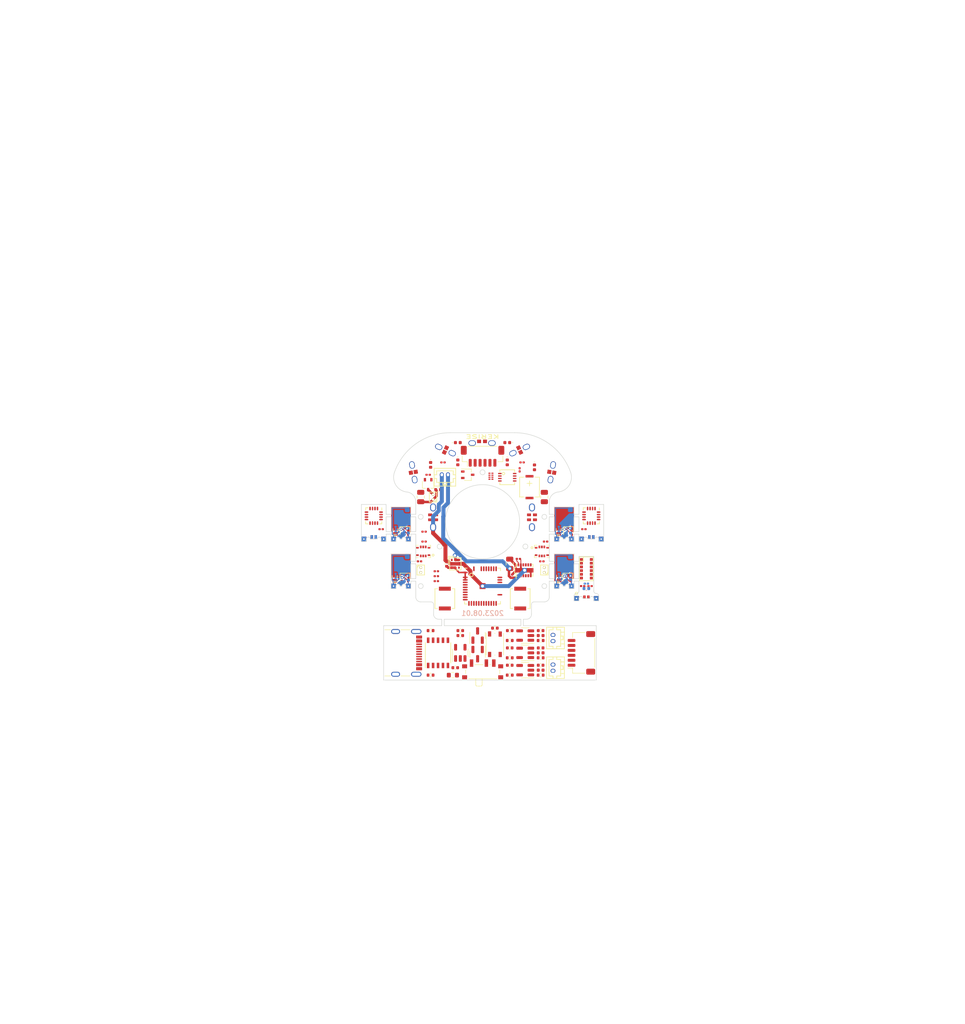
<source format=kicad_pcb>
(kicad_pcb (version 20221018) (generator pcbnew)
  (layers (0 "F.Cu" signal) (31 "B.Cu" signal) (34 "B.Paste" user) (35 "F.Paste" user) (36 "B.SilkS" user "B.Silkscreen") (37 "F.SilkS" user "F.Silkscreen") (38 "B.Mask" user) (39 "F.Mask" user) (44 "Edge.Cuts" user))
  (net 0 "")
  (net 1 "GND")
  (net 2 "+BATT")
  (net 3 "/IR_RCV_FL/s_IR_RCV")
  (net 4 "/IR_RCV_FL/LED_to_C")
  (net 5 "/IR_RCV_FL/s_GND")
  (net 6 "/IR_RCV_FR/s_IR_RCV")
  (net 7 "/IR_RCV_FR/LED_to_C")
  (net 8 "/IR_RCV_FR/s_GND")
  (net 9 "/IR_RCV_SR/s_IR_RCV")
  (net 10 "/IR_RCV_SR/LED_to_C")
  (net 11 "/IR_RCV_SR/s_GND")
  (net 12 "/IR_RCV_FL/s_3.3V")
  (net 13 "/IR_RCV_FL/LED_to_FET")
  (net 14 "/IR_RCV_FR/s_3.3V")
  (net 15 "/IR_RCV_FR/LED_to_FET")
  (net 16 "/IR_RCV_SR/s_3.3V")
  (net 17 "/IR_RCV_SR/LED_to_FET")
  (net 18 "/Motor/MT_OUT_L1")
  (net 19 "/Motor/MT_OUT_L2")
  (net 20 "/Motor/MT_OUT_R1")
  (net 21 "/Motor/MT_OUT_R2")
  (net 22 "PR-RCV-SL")
  (net 23 "PR-RCV-FL")
  (net 24 "/IR_RCV_FL/s_IR_LED")
  (net 25 "PR-RCV-FR")
  (net 26 "/IR_RCV_FR/s_IR_LED")
  (net 27 "PR-RCV-SR")
  (net 28 "/IR_RCV_SR/s_IR_LED")
  (net 29 "UART-RX")
  (net 30 "UART-TX")
  (net 31 "SPEAKER")
  (net 32 "FAN")
  (net 33 "BAT-VOL")
  (net 34 "BUTTON")
  (net 35 "MT-IN-L1")
  (net 36 "MT-IN-L2")
  (net 37 "MT-IN-R1")
  (net 38 "MT-IN-R2")
  (net 39 "/IR_RCV_SL/s_IR_RCV")
  (net 40 "/IR_RCV_SL/LED_to_C")
  (net 41 "/IR_RCV_SL/s_GND")
  (net 42 "/IR_RCV_SL/s_3.3V")
  (net 43 "/IR_RCV_SL/LED_to_FET")
  (net 44 "/IR_RCV_SL/s_IR_LED")
  (net 45 "/Fan/fan_to_fet")
  (net 46 "/Encoder_R/s_VDD")
  (net 47 "/Encoder_R/s_GND")
  (net 48 "/Encoder_L/s_VDD")
  (net 49 "/Encoder_L/s_GND")
  (net 50 "SPI-SCLK")
  (net 51 "SPI-MOSI")
  (net 52 "/Encoder_R/s_CS")
  (net 53 "/Encoder_R/s_SCLK")
  (net 54 "/Encoder_R/s_MISO")
  (net 55 "/Encoder_R/s_MOSI")
  (net 56 "I2C-SDA")
  (net 57 "I2C-SCL")
  (net 58 "SPI-MISO")
  (net 59 "/Encoder_L/s_CS")
  (net 60 "/Encoder_L/s_SCLK")
  (net 61 "/Encoder_L/s_MISO")
  (net 62 "/Encoder_L/s_MOSI")
  (net 63 "PR-LED-SL")
  (net 64 "PR-LED-SR")
  (net 65 "Net-(U4-REGOUT)")
  (net 66 "PR-LED-FL")
  (net 67 "PR-LED-FR")
  (net 68 "Net-(U5-REGOUT)")
  (net 69 "Net-(D5-A)")
  (net 70 "Net-(D6-A)")
  (net 71 "Net-(D7-K)")
  (net 72 "/Motor/MT_OUT_L_L")
  (net 73 "/Motor/MT_OUT_L_R")
  (net 74 "/ToF/s_GND")
  (net 75 "/ToF/s_3.3V")
  (net 76 "/ToF/s_SDA")
  (net 77 "/ToF/s_SCL")
  (net 78 "Net-(D8-K)")
  (net 79 "Net-(D9-K)")
  (net 80 "Net-(D10-K)")
  (net 81 "Net-(Q10-D)")
  (net 82 "+3.3V")
  (net 83 "Net-(RN1-R1.1)")
  (net 84 "Net-(RN1-R2.1)")
  (net 85 "Net-(RN1-R3.1)")
  (net 86 "Net-(RN1-R4.1)")
  (net 95 "/Flash/GND")
  (net 96 "Net-(U11-V3)")
  (net 97 "/Flash/VBUS")
  (net 98 "/Flash/VCC")
  (net 99 "/Flash/ESP32_EN")
  (net 100 "/Flash/BAT")
  (net 101 "Net-(D11-K)")
  (net 102 "Net-(D12-K)")
  (net 103 "Net-(D13-K)")
  (net 104 "Net-(F1-Pad1)")
  (net 105 "ENABLE")
  (net 106 "SPI-CS-ENC-L")
  (net 107 "SPI-CS-ENC-R")
  (net 108 "Net-(J17-CC1)")
  (net 109 "/Flash/USB_D+")
  (net 110 "/Flash/USB_D-")
  (net 112 "Net-(J17-CC2)")
  (net 114 "/Flash/ESP32_BT")
  (net 115 "/Flash/ESP32_TX")
  (net 116 "/Flash/ESP32_RX")
  (net 117 "/Flash/DTR")
  (net 118 "/Flash/RTS")
  (net 119 "Net-(U12-STAT)")
  (net 120 "Net-(U13-STAT)")
  (net 121 "Net-(U14-STAT)")
  (net 122 "Net-(U12-PROG)")
  (net 123 "Net-(U13-PROG)")
  (net 124 "Net-(U14-PROG)")
  (net 126 "SPI-CS-IMU-L")
  (net 127 "SPI-CS-IMU-R")
  (net 148 "/Flash/BAT_CH1")
  (net 149 "/Flash/BAT_CH2")
  (footprint "mouse:SMD_conn_2" (layer "F.Cu") (at 136 116.75 -90)
    (fp_text reference "J15" hide)
    (fp_text value "Motor_L")
  )
  (footprint "mouse:L_4018" (layer "F.Cu") (at 156.12 122.525 -90)
    (fp_text reference "L2" hide)
    (fp_text value "47u")
  )
  (footprint "mouse:L_4018" (layer "F.Cu") (at 140.88 122.525 90)
    (fp_text reference "L1" hide)
    (fp_text value "47u")
  )
  (footprint "mouse:SMD_conn_2" (layer "F.Cu") (at 161 116.75 90)
    (fp_text reference "J16" hide)
    (fp_text value "Motor_R")
  )
  (footprint "mouse:STAND_HOST_06" (layer "F.Cu") (at 158.5 106.1 90)
    (fp_text reference "J4" hide)
    (fp_text value "ENC_Host")
  )
  (footprint "Connector_JST:JST_SH_BM06B-SRSS-TB_1x06-1MP_P1.00mm_Vertical" (layer "F.Cu") (at 148.5 93.75)
    (fp_text reference "J1" hide)
    (fp_text value "COM")
  )
  (footprint "Capacitor_SMD:C_0201_0603Metric" (layer "F.Cu") (at 155.75 114.5)
    (fp_text reference "C19" hide)
    (fp_text value "0.1u")
  )
  (footprint "Capacitor_SMD:C_0201_0603Metric" (layer "F.Cu") (at 154.5 118 90)
    (fp_text reference "C18" hide)
    (fp_text value "0.1u")
  )
  (footprint "Capacitor_SMD:C_0402_1005Metric" (layer "F.Cu") (at 141.25 115.5 -90)
    (fp_text reference "C1" hide)
    (fp_text value "10u")
  )
  (footprint "Resistor_SMD:R_0603_1608Metric" (layer "F.Cu") (at 164 118 90)
    (fp_text reference "R3" hide)
    (fp_text value "100")
  )
  (footprint "Capacitor_SMD:C_0201_0603Metric" (layer "F.Cu") (at 139.155 118 180)
    (fp_text reference "C20" hide)
    (fp_text value "0.1u")
  )
  (footprint "Capacitor_SMD:C_0201_0603Metric" (layer "F.Cu") (at 169 108.5 180)
    (fp_text reference "C3" hide)
    (fp_text value "0.1u")
  )
  (footprint "Capacitor_SMD:C_0201_0603Metric" (layer "F.Cu") (at 128 108.5)
    (fp_text reference "C2" hide)
    (fp_text value "0.1u")
  )
  (footprint "Capacitor_SMD:C_0201_0603Metric" (layer "F.Cu") (at 160.5 115)
    (fp_text reference "C7" hide)
    (fp_text value "0.1u")
  )
  (footprint "Capacitor_SMD:C_0201_0603Metric" (layer "F.Cu") (at 161.25 111 180)
    (fp_text reference "C8" hide)
    (fp_text value "0.1u")
  )
  (footprint "Capacitor_SMD:C_0201_0603Metric" (layer "F.Cu") (at 136.68 111 180)
    (fp_text reference "C5" hide)
    (fp_text value "0.1u")
  )
  (footprint "Capacitor_SMD:C_0201_0603Metric" (layer "F.Cu") (at 156 96.5 -90)
    (fp_text reference "C25" hide)
    (fp_text value "0.1u")
  )
  (footprint "LED_SMD:LED_0402_1005Metric" (layer "F.Cu") (at 153.5 91 180)
    (fp_text reference "D6" hide)
    (fp_text value "Power")
  )
  (footprint "LED_SMD:LED_0402_1005Metric" (layer "F.Cu") (at 159 96 -90)
    (fp_text reference "D7" hide)
    (fp_text value "LED")
  )
  (footprint "LED_SMD:LED_0402_1005Metric" (layer "F.Cu") (at 153.5 95 -90)
    (fp_text reference "D8" hide)
    (fp_text value "LED")
  )
  (footprint "LED_SMD:LED_0402_1005Metric" (layer "F.Cu") (at 143.5 95 -90)
    (fp_text reference "D9" hide)
    (fp_text value "LED")
  )
  (footprint "LED_SMD:LED_0402_1005Metric" (layer "F.Cu") (at 138 95.5 -90)
    (fp_text reference "D10" hide)
    (fp_text value "LED")
  )
  (footprint "mouse:STAND_HOST_04" (layer "F.Cu") (at 148.4 91.1 180)
    (fp_text reference "P1" hide)
    (fp_text value "ToF_Host")
  )
  (footprint "mouse:STAND_SLAVE_04" (layer "F.Cu") (at 169.5 122.5)
    (fp_text reference "P2" hide)
    (fp_text value "ToF_Slave")
  )
  (footprint "Resistor_SMD:R_0201_0603Metric" (layer "F.Cu") (at 136.68 109)
    (fp_text reference "R1" hide)
    (fp_text value "10k")
  )
  (footprint "Resistor_SMD:R_0201_0603Metric" (layer "F.Cu") (at 139.155 117)
    (fp_text reference "R11" hide)
    (fp_text value "10k")
  )
  (footprint "Resistor_SMD:R_0201_0603Metric" (layer "F.Cu") (at 139.155 119 180)
    (fp_text reference "R12" hide)
    (fp_text value "10k")
  )
  (footprint "Resistor_SMD:R_0201_0603Metric" (layer "F.Cu") (at 140.5 95 180)
    (fp_text reference "R13" hide)
    (fp_text value "1k")
  )
  (footprint "Resistor_SMD:R_0201_0603Metric" (layer "F.Cu") (at 156.5 95)
    (fp_text reference "R14" hide)
    (fp_text value "1k")
  )
  (footprint "Resistor_SMD:R_0201_0603Metric" (layer "F.Cu") (at 137.5 97.5 180)
    (fp_text reference "R2" hide)
    (fp_text value "10k")
  )
  (footprint "Resistor_SMD:R_0603_1608Metric" (layer "F.Cu") (at 163.9 108.6 90)
    (fp_text reference "R5" hide)
    (fp_text value "100")
  )
  (footprint "Resistor_SMD:R_0402_1005Metric" (layer "F.Cu") (at 137.99 138 180)
    (fp_text reference "R17" hide)
    (fp_text value "5.1k")
  )
  (footprint "Resistor_SMD:R_0201_0603Metric" (layer "F.Cu") (at 168.75 120)
    (fp_text reference "R15" hide)
    (fp_text value "4.7k")
  )
  (footprint "Resistor_SMD:R_0201_0603Metric" (layer "F.Cu") (at 170.25 120 180)
    (fp_text reference "R16" hide)
    (fp_text value "4.7k")
  )
  (footprint "mouse:VL6180X" (layer "F.Cu") (at 169.5 116.5)
    (fp_text reference "U8" hide)
    (fp_text value "VL6180X")
  )
  (footprint "mouse:DRV8835" (layer "F.Cu") (at 157 116.81)
    (fp_text reference "U6" hide)
    (fp_text value "DRV8835")
  )
  (footprint "mouse:Hirose_DF13-02P-1.25DSA_02x1.25mm_Straight" (layer "F.Cu") (at 140.89 97.5 180)
    (fp_text reference "BT1" hide)
    (fp_text value "Battery")
  )
  (footprint "Resistor_SMD:R_0603_1608Metric" (layer "F.Cu") (at 130.9 108.6 90)
    (fp_text reference "R7" hide)
    (fp_text value "100")
  )
  (footprint "Capacitor_SMD:C_0805_2012Metric" (layer "F.Cu") (at 161 102 -90)
    (fp_text reference "C22" hide)
    (fp_text value "47u")
  )
  (footprint "LED_SMD:LED_0402_1005Metric" (layer "F.Cu") (at 143.5 91)
    (fp_text reference "D5" hide)
    (fp_text value "Power")
  )
  (footprint "Resistor_SMD:R_0603_1608Metric" (layer "F.Cu") (at 130.75 118.1 90)
    (fp_text reference "R9" hide)
    (fp_text value "100")
  )
  (footprint "Package_TO_SOT_SMD:SOT-323_SC-70" (layer "F.Cu") (at 145.5 97.5)
    (fp_text reference "Q10" hide)
    (fp_text value "DMN3065LW-7")
  )
  (footprint "mouse:STAND_HOST_06" (layer "F.Cu") (at 138.5 106.1 -90)
    (fp_text reference "J2" hide)
    (fp_text value "ENC_Host")
  )
  (footprint "mouse:SOT-323_SC-70" (layer "F.Cu") (at 132.8 108.6 90)
    (fp_text reference "Q6" hide)
    (fp_text value "DMN3065LW-7")
  )
  (footprint "mouse:SOT-323_SC-70" (layer "F.Cu") (at 132.8 118 90)
    (fp_text reference "Q8" hide)
    (fp_text value "DMN3065LW-7")
  )
  (footprint "mouse:SOT-323_SC-70" (layer "F.Cu") (at 165.75 118 90)
    (fp_text reference "Q2" hide)
    (fp_text value "DMN3065LW-7")
  )
  (footprint "mouse:SOT-323_SC-70" (layer "F.Cu") (at 165.9 108.6 90)
    (fp_text reference "Q4" hide)
    (fp_text value "DMN3065LW-7")
  )
  (footprint "Capacitor_SMD:C_0805_2012Metric" (layer "F.Cu") (at 154 115.5 90)
    (fp_text reference "C17" hide)
    (fp_text value "47u")
  )
  (footprint "mouse:DFN-8-1EP_3x3mm_Pitch0.5mm" (layer "F.Cu") (at 153.5 98)
    (fp_text reference "U9" hide)
    (fp_text value "PCA9632")
  )
  (footprint "Capacitor_SMD:C_0402_1005Metric" (layer "F.Cu") (at 144 129 180)
    (fp_text reference "C26" hide)
    (fp_text value "0.1u")
  )
  (footprint "Capacitor_SMD:C_0805_2012Metric" (layer "F.Cu") (at 136 102 90)
    (fp_text reference "C21" hide)
    (fp_text value "47u")
  )
  (footprint "mouse:LXDC2UR" (layer "F.Cu") (at 143 115.5 90)
    (fp_text reference "U7" hide)
    (fp_text value "LXDC2URxx")
  )
  (footprint "mouse:SMD_conn_2" (layer "F.Cu") (at 138.5 102 90)
    (fp_text reference "J6" hide)
    (fp_text value "Fan")
  )
  (footprint "Capacitor_SMD:C_0402_1005Metric" (layer "F.Cu") (at 139.5 100.5)
    (fp_text reference "C4" hide)
    (fp_text value "10u")
  )
  (footprint "mouse:R_Array_Concave_4x0201" (layer "F.Cu") (at 150.2 97.8 180)
    (fp_text reference "RN1" hide)
    (fp_text value "EXB-18V102JX")
  )
  (footprint "mouse:APDA3020" (layer "F.Cu") (at 133.275 105.75 90)
    (fp_text reference "D3" hide)
    (fp_text value "APDA3020F3C-P22")
  )
  (footprint "mouse:APDA3020" (layer "F.Cu") (at 133.275 115.25 90)
    (fp_text reference "D4" hide)
    (fp_text value "APDA3020F3C-P22")
  )
  (footprint "mouse:APDA3020" (layer "F.Cu") (at 166.275 115.25 90)
    (fp_text reference "D1" hide)
    (fp_text value "APDA3020F3C-P22")
  )
  (footprint "mouse:APDA3020" (layer "F.Cu") (at 166.275 105.75 90)
    (fp_text reference "D2" hide)
    (fp_text value "APDA3020F3C-P22")
  )
  (footprint "mouse:IR_HOST_V_04" (layer "F.Cu") (at 141 92.5 -115)
    (fp_text reference "J11" hide)
    (fp_text value "Ref_Host")
  )
  (footprint "mouse:IR_SLAVE_V_04" (layer "F.Cu") (at 132 110.5)
    (fp_text reference "J12" hide)
    (fp_text value "Ref_Slave")
  )
  (footprint "mouse:IR_SLAVE_V_04" (layer "F.Cu") (at 165 120)
    (fp_text reference "J8" hide)
    (fp_text value "Ref_Slave")
  )
  (footprint "mouse:IR_HOST_V_04" (layer "F.Cu") (at 162.5 97 170)
    (fp_text reference "J9" hide)
    (fp_text value "Ref_Host")
  )
  (footprint "mouse:SMT-0440-S-R" (layer "F.Cu") (at 158 100 -90)
    (fp_text reference "LS1" hide)
    (fp_text value "SMT-0440-S-R")
  )
  (footprint "mouse:ICM-20600" (layer "F.Cu") (at 160.5 113)
    (fp_text reference "U5" hide)
    (fp_text value "ICM-20600")
  )
  (footprint "mouse:ICM-20600" (layer "F.Cu") (at 136.5 113 180)
    (fp_text reference "U4" hide)
    (fp_text value "ICM-20600")
  )
  (footprint "mouse:IR_SLAVE_V_04" (layer "F.Cu") (at 132 120)
    (fp_text reference "J14" hide)
    (fp_text value "Ref_Slave")
  )
  (footprint "mouse:IR_HOST_V_04" (layer "F.Cu") (at 156 92.5 115)
    (fp_text reference "J13" hide)
    (fp_text value "Ref_Host")
  )
  (footprint "mouse:IR_SLAVE_V_04" (layer "F.Cu") (at 165 110.5)
    (fp_text reference "J10" hide)
    (fp_text value "Ref_Slave")
  )
  (footprint "Package_TO_SOT_SMD:SOT-323_SC-70" (layer "F.Cu") (at 137.5 99.5 -90)
    (fp_text reference "Q1" hide)
    (fp_text value "DMN3065LW-7")
  )
  (footprint "Capacitor_SMD:C_0201_0603Metric" (layer "F.Cu") (at 135.75 115)
    (fp_text reference "C6" hide)
    (fp_text value "0.1u")
  )
  (footprint "mouse:IR_HOST_V_04" (layer "F.Cu") (at 134.5 97 -170)
    (fp_text reference "J7" hide)
    (fp_text value "Ref_Host")
  )
  (footprint "mouse:MA730" (layer "F.Cu") (at 126.5 105.8 -90)
    (fp_text reference "U2" hide)
    (fp_text value "MA730")
  )
  (footprint "mouse:MA730" (layer "F.Cu") (at 170.5 105.8 -90)
    (fp_text reference "U3" hide)
    (fp_text value "MA730")
  )
  (footprint "Package_TO_SOT_SMD:SOT-23-5" (layer "F.Cu") (at 157.1375 133.5 180)
    (fp_text reference "U14" hide)
    (fp_text value "MCP73831-2-OT")
  )
  (footprint "Resistor_SMD:R_0402_1005Metric" (layer "F.Cu") (at 154 134.5 180)
    (fp_text reference "R24" hide)
    (fp_text value "10k")
  )
  (footprint "Capacitor_SMD:C_0402_1005Metric" (layer "F.Cu") (at 160.25 132.5 180)
    (fp_text reference "C35" hide)
    (fp_text value "4.7u")
  )
  (footprint "Capacitor_SMD:C_0402_1005Metric" (layer "F.Cu") (at 154 132.5 180)
    (fp_text reference "C31" hide)
    (fp_text value "4.7u")
  )
  (footprint "mouse:ESP32-PICO-V3-02" (layer "F.Cu") (at 148.5 120)
    (fp_text reference "U1" hide)
    (fp_text value "ESP32-PICO-V3-02")
  )
  (footprint "mouse:Hirose_DF13-02P-1.25DSA_02x1.25mm_Straight" (layer "F.Cu") (at 162.75 130.5 -90)
    (fp_text reference "J19" hide)
    (fp_text value "Charge1")
  )
  (footprint "Button_Switch_SMD:SW_SPDT_PCM12" (layer "F.Cu") (at 148.525 137)
    (fp_text reference "SW3" hide)
    (fp_text value "ENABLE")
  )
  (footprint "Resistor_SMD:R_0402_1005Metric" (layer "F.Cu") (at 160.25 131 180)
    (fp_text reference "R19" hide)
    (fp_text value "4.7k")
  )
  (footprint "Connector_USB:USB_C_Receptacle_GCT_USB4105-xx-A_16P_TopMnt_Horizontal" (layer "F.Cu") (at 131.99 133.5 -90)
    (fp_text reference "J17" hide)
    (fp_text value "5077CR-16-SMC2-BK-TR")
  )
  (footprint "LED_SMD:LED_0402_1005Metric" (layer "F.Cu") (at 160.25 133.5)
    (fp_text reference "D13" hide)
    (fp_text value "LED")
  )
  (footprint "Resistor_SMD:R_0402_1005Metric" (layer "F.Cu") (at 154 138 180)
    (fp_text reference "R23" hide)
    (fp_text value "10k")
  )
  (footprint "Package_TO_SOT_SMD:SOT-23-5" (layer "F.Cu") (at 157.1375 130 180)
    (fp_text reference "U12" hide)
    (fp_text value "MCP73831-2-OT")
  )
  (footprint "Resistor_SMD:R_0402_1005Metric" (layer "F.Cu") (at 160.25 138 180)
    (fp_text reference "R20" hide)
    (fp_text value "4.7k")
  )
  (footprint "LED_SMD:LED_0402_1005Metric" (layer "F.Cu") (at 160.25 137)
    (fp_text reference "D12" hide)
    (fp_text value "LED")
  )
  (footprint "Resistor_SMD:R_0402_1005Metric" (layer "F.Cu") (at 137.99 129 180)
    (fp_text reference "R18" hide)
    (fp_text value "5.1k")
  )
  (footprint "mouse:Hirose_DF13-02P-1.25DSA_02x1.25mm_Straight" (layer "F.Cu") (at 162.75 136.5 -90)
    (fp_text reference "J20" hide)
    (fp_text value "Charge2")
  )
  (footprint "Capacitor_SMD:C_0402_1005Metric" (layer "F.Cu") (at 160.25 136 180)
    (fp_text reference "C34" hide)
    (fp_text value "4.7u")
  )
  (footprint "Package_TO_SOT_SMD:SOT-23" (layer "F.Cu") (at 147.5 130 90)
    (fp_text reference "Q12" hide)
    (fp_text value "BSS138")
  )
  (footprint "Capacitor_SMD:C_0402_1005Metric" (layer "F.Cu") (at 151 128.5)
    (fp_text reference "C29" hide)
    (fp_text value "1u")
  )
  (footprint "Package_TO_SOT_SMD:SOT-23-5" (layer "F.Cu") (at 157.1375 137 180)
    (fp_text reference "U13" hide)
    (fp_text value "MCP73831-2-OT")
  )
  (footprint "Resistor_SMD:R_0603_1608Metric" (layer "F.Cu") (at 142.5 138)
    (fp_text reference "F1" hide)
    (fp_text value "MF-FSMF035X-2")
  )
  (footprint "Capacitor_SMD:C_0402_1005Metric" (layer "F.Cu") (at 154 129 180)
    (fp_text reference "C32" hide)
    (fp_text value "4.7u")
  )
  (footprint "Connector_JST:JST_SH_SM06B-SRSS-TB_1x06-1MP_P1.00mm_Horizontal" (layer "F.Cu") (at 168.5 133.5 90)
    (fp_text reference "J18" hide)
    (fp_text value "COM")
  )
  (footprint "Package_TO_SOT_SMD:SOT-23" (layer "F.Cu") (at 147.5 133.75 -90)
    (fp_text reference "Q11" hide)
    (fp_text value "BSS138")
  )
  (footprint "Resistor_SMD:R_0402_1005Metric" (layer "F.Cu") (at 154 131 180)
    (fp_text reference "R22" hide)
    (fp_text value "10k")
  )
  (footprint "LED_SMD:LED_0402_1005Metric" (layer "F.Cu") (at 160.25 130)
    (fp_text reference "D11" hide)
    (fp_text value "LED")
  )
  (footprint "Package_TO_SOT_SMD:TSOT-23-5" (layer "F.Cu") (at 144 133.5 90)
    (fp_text reference "U10" hide)
    (fp_text value "NJM2863F33")
  )
  (footprint "Capacitor_SMD:C_0402_1005Metric" (layer "F.Cu") (at 160.25 129 180)
    (fp_text reference "C33" hide)
    (fp_text value "4.7u")
  )
  (footprint "Capacitor_SMD:C_0402_1005Metric" (layer "F.Cu") (at 144 130)
    (fp_text reference "C28" hide)
    (fp_text value "0.47u")
  )
  (footprint "Resistor_SMD:R_0402_1005Metric" (layer "F.Cu") (at 160.25 134.5 180)
    (fp_text reference "R21" hide)
    (fp_text value "4.7k")
  )
  (footprint "Capacitor_SMD:C_0402_1005Metric" (layer "F.Cu") (at 142.98 136.5)
    (fp_text reference "C27" hide)
    (fp_text value "0.1u")
  )
  (footprint "Package_SO:SSOP-10_3.9x4.9mm_P1.00mm" (layer "F.Cu") (at 139.5 133.5 90)
    (fp_text reference "U11" hide)
    (fp_text value "CH340K")
  )
  (footprint "Capacitor_SMD:C_0402_1005Metric" (layer "F.Cu") (at 154 136 180)
    (fp_text reference "C30" hide)
    (fp_text value "4.7u")
  )
  (footprint "Button_Switch_SMD:SW_Push_1P1T_NO_Vertical_Wuerth_434133025816" (layer "F.Cu") (at 151 131.75 90)
    (fp_text reference "SW4" hide)
    (fp_text value "BOOT")
  )
  (footprint "mouse:STAND_SLAVE_06" (layer "B.Cu") (at 170.5 110.5 180)
    (fp_text reference "J5" hide)
    (fp_text value "ENC_Slave")
  )
  (footprint "mouse:STAND_SLAVE_06" (layer "B.Cu") (at 126.5 110.5 180)
    (fp_text reference "J3" hide)
    (fp_text value "ENC_Slave")
  )
  (footprint "Capacitor_SMD:C_0402_1005Metric" (layer "B.Cu") (at 166.3 108.8 -90)
    (fp_text reference "C11" hide)
    (fp_text value "1u")
  )
  (footprint "Capacitor_SMD:C_0402_1005Metric" (layer "B.Cu") (at 133.5 108.75 -90)
    (fp_text reference "C13" hide)
    (fp_text value "1u")
  )
  (footprint "Capacitor_SMD:C_0402_1005Metric" (layer "B.Cu") (at 133.5 118.27 -90)
    (fp_text reference "C15" hide)
    (fp_text value "1u")
  )
  (footprint "Capacitor_SMD:C_0402_1005Metric" (layer "B.Cu") (at 166.3 118.2 -90)
    (fp_text reference "C9" hide)
    (fp_text value "1u")
  )
  (footprint "Capacitor_SMD:C_0402_1005Metric" (layer "B.Cu") (at 169.5 120.5)
    (fp_text reference "C23" hide)
    (fp_text value "4.7u")
  )
  (footprint "Capacitor_SMD:C_0201_0603Metric" (layer "B.Cu") (at 169.5 119.5)
    (fp_text reference "C24" hide)
    (fp_text value "0.1u")
  )
  (footprint "Resistor_SMD:R_0201_0603Metric" (layer "B.Cu") (at 131.25 108 180)
    (fp_text reference "R8" hide)
    (fp_text value "10k")
  )
  (footprint "Resistor_SMD:R_0201_0603Metric" (layer "B.Cu") (at 131.25 117.5 180)
    (fp_text reference "R10" hide)
    (fp_text value "10k")
  )
  (footprint "Resistor_SMD:R_0201_0603Metric" (layer "B.Cu") (at 164.25 117.5 180)
    (fp_text reference "R4" hide)
    (fp_text value "10k")
  )
  (footprint "Resistor_SMD:R_0201_0603Metric" (layer "B.Cu") (at 164.25 108 180)
    (fp_text reference "R6" hide)
    (fp_text value "10k")
  )
  (footprint "Capacitor_SMD:C_0201_0603Metric" (layer "B.Cu") (at 131.25 109 180)
    (fp_text reference "C14" hide)
    (fp_text value "0.1u")
  )
  (footprint "Capacitor_SMD:C_0201_0603Metric" (layer "B.Cu") (at 131.25 118.5 180)
    (fp_text reference "C16" hide)
    (fp_text value "0.1u")
  )
  (footprint "Capacitor_SMD:C_0201_0603Metric" (layer "B.Cu") (at 164.25 118.5 180)
    (fp_text reference "C10" hide)
    (fp_text value "0.1u")
  )
  (footprint "Capacitor_SMD:C_0201_0603Metric" (layer "B.Cu") (at 164.25 109 180)
    (fp_text reference "C12" hide)
    (fp_text value "0.1u")
  )
  (footprint "mouse:APDA3020" (layer "B.Cu") (at 133.275 105.75 -90)
    (fp_text reference "Q7" hide)
    (fp_text value "APDA3020P3C-P22")
  )
  (footprint "mouse:APDA3020" (layer "B.Cu") (at 133.275 115.25 -90)
    (fp_text reference "Q9" hide)
    (fp_text value "APDA3020P3C-P22")
  )
  (footprint "mouse:APDA3020" (layer "B.Cu") (at 166.275 115.25 -90)
    (fp_text reference "Q3" hide)
    (fp_text value "APDA3020P3C-P22")
  )
  (footprint "mouse:APDA3020" (layer "B.Cu") (at 166.275 105.75 -90)
    (fp_text reference "Q5" hide)
    (fp_text value "APDA3020P3C-P22")
  )
  (gr_arc (start 168.4 122.1) (mid 168.682843 122.217157) (end 168.8 122.5) (stroke (width 0.1)) (layer "Edge.Cuts"))
  (gr_line (start 170.2 122.5) (end 168.8 122.5) (stroke (width 0.1)) (layer "Edge.Cuts"))
  (gr_arc (start 170.2 122.5) (mid 170.317157 122.217157) (end 170.6 122.1) (stroke (width 0.1)) (layer "Edge.Cuts"))
  (gr_arc (start 170.6 122.1) (mid 170.882843 122.217157) (end 171 122.5) (stroke (width 0.1)) (layer "Edge.Cuts"))
  (gr_line (start 172 123) (end 171 123) (stroke (width 0.1)) (layer "Edge.Cuts"))
  (gr_arc (start 168 122.5) (mid 168.117157 122.217157) (end 168.4 122.1) (stroke (width 0.1)) (layer "Edge.Cuts"))
  (gr_line (start 171 123) (end 171 122.5) (stroke (width 0.1)) (layer "Edge.Cuts"))
  (gr_line (start 168 123) (end 167 123) (stroke (width 0.1)) (layer "Edge.Cuts"))
  (gr_line (start 168 122.5) (end 168 123) (stroke (width 0.1)) (layer "Edge.Cuts"))
  (gr_line (start 166 110.5) (end 166 111) (stroke (width 0.1)) (layer "Edge.Cuts"))
  (gr_arc (start 136 123.2) (mid 135.292893 122.907107) (end 135 122.2) (stroke (width 0.1)) (layer "Edge.Cuts"))
  (gr_line (start 163 120.5) (end 164 120.5) (stroke (width 0.1)) (layer "Edge.Cuts"))
  (gr_arc (start 164 110.5) (mid 164.4 110.1) (end 164.8 110.5) (stroke (width 0.1)) (layer "Edge.Cuts"))
  (gr_line (start 163 109) (end 163 106) (stroke (width 0.1)) (layer "Edge.Cuts"))
  (gr_line (start 130 120.5) (end 131 120.5) (stroke (width 0.1)) (layer "Edge.Cuts"))
  (gr_line (start 130 109.5) (end 129 109.5) (stroke (width 0.1)) (layer "Edge.Cuts"))
  (gr_line (start 171 121) (end 171 114) (stroke (width 0.1)) (layer "Edge.Cuts"))
  (gr_line (start 131 111) (end 131 110.5) (stroke (width 0.1)) (layer "Edge.Cuts"))
  (gr_line (start 156.75 128) (end 171.5 128) (stroke (width 0.1)) (layer "Edge.Cuts"))
  (gr_line (start 134 111) (end 133 111) (stroke (width 0.1)) (layer "Edge.Cuts"))
  (gr_line (start 134 120.5) (end 134 119) (stroke (width 0.1)) (layer "Edge.Cuts"))
  (gr_arc (start 139.6 126.7) (mid 138.892893 126.407107) (end 138.6 125.7) (stroke (width 0.1)) (layer "Edge.Cuts"))
  (gr_arc (start 171.2 110.5) (mid 171.6 110.1) (end 172 110.5) (stroke (width 0.1)) (layer "Edge.Cuts"))
  (gr_line (start 163 115) (end 163 113.5) (stroke (width 0.1)) (layer "Edge.Cuts"))
  (gr_circle (center 148.5 107) (end 156 107) (stroke (width 0.1)) (fill none) (layer "Edge.Cuts"))
  (gr_line (start 135 109) (end 135 106) (stroke (width 0.1)) (layer "Edge.Cuts"))
  (gr_arc (start 162 102.973436) (mid 162.514776 101.63399) (end 163.794113 100.984061) (stroke (width 0.1)) (layer "Edge.Cuts"))
  (gr_line (start 169 111) (end 168 111) (stroke (width 0.1)) (layer "Edge.Cuts"))
  (gr_circle (center 157.160254 112) (end 157.660254 112) (stroke (width 0.1)) (fill none) (layer "Edge.Cuts"))
  (gr_arc (start 127.2 110.5) (mid 127.6 110.1) (end 128 110.5) (stroke (width 0.1)) (layer "Edge.Cuts"))
  (gr_circle (center 136 120) (end 136.49 120) (stroke (width 0.1)) (fill none) (layer "Edge.Cuts"))
  (gr_line (start 162 115) (end 162 109.5) (stroke (width 0.1)) (layer "Edge.Cuts"))
  (gr_line (start 172 123) (end 172 122) (stroke (width 0.1)) (layer "Edge.Cuts"))
  (gr_arc (start 166.313708 97) (mid 166.020805 99.603521) (end 163.794113 100.984061) (stroke (width 0.1)) (layer "Edge.Cuts"))
  (gr_line (start 168 109) (end 167 109) (stroke (width 0.1)) (layer "Edge.Cuts"))
  (gr_arc (start 132.2 110.5) (mid 132.6 110.1) (end 133 110.5) (stroke (width 0.1)) (layer "Edge.Cuts"))
  (gr_line (start 163 118.5) (end 163 115.5) (stroke (width 0.1)) (layer "Edge.Cuts"))
  (gr_arc (start 162 122.2) (mid 161.707119 122.907129) (end 161 123.2) (stroke (width 0.1)) (layer "Edge.Cuts"))
  (gr_line (start 128 111) (end 129 111) (stroke (width 0.1)) (layer "Edge.Cuts"))
  (gr_line (start 164.8 110.5) (end 165.2 110.5) (stroke (width 0.1)) (layer "Edge.Cuts"))
  (gr_line (start 135 109.5) (end 134 109.5) (stroke (width 0.1)) (layer "Edge.Cuts"))
  (gr_arc (start 165.2 120) (mid 165.6 119.6) (end 166 120) (stroke (width 0.1)) (layer "Edge.Cuts"))
  (gr_line (start 134 104) (end 130 104) (stroke (width 0.1)) (layer "Edge.Cuts"))
  (gr_line (start 130 104) (end 130 105.5) (stroke (width 0.1)) (layer "Edge.Cuts"))
  (gr_line (start 156.25 128) (end 156.25 126.7) (stroke (width 0.1)) (layer "Edge.Cuts"))
  (gr_line (start 134 106) (end 134 109) (stroke (width 0.1)) (layer "Edge.Cuts"))
  (gr_line (start 171.5 128) (end 171.5 139) (stroke (width 0.1)) (layer "Edge.Cuts"))
  (gr_arc (start 169 110.5) (mid 169.4 110.1) (end 169.8 110.5) (stroke (width 0.1)) (layer "Edge.Cuts"))
  (gr_arc (start 168 121) (mid 167.853553 121.353553) (end 167.5 121.5) (stroke (width 0.1)) (layer "Edge.Cuts"))
  (gr_line (start 131.8 120) (end 132.2 120) (stroke (width 0.1)) (layer "Edge.Cuts"))
  (gr_line (start 167 104) (end 163.5 104) (stroke (width 0.1)) (layer "Edge.Cuts"))
  (gr_line (start 163 109.5) (end 163 111) (stroke (width 0.1)) (layer "Edge.Cuts"))
  (gr_line (start 158.4 125.7) (end 158.4 123.7) (stroke (width 0.1)) (layer "Edge.Cuts"))
  (gr_line (start 167 109) (end 167 106) (stroke (width 0.1)) (layer "Edge.Cuts"))
  (gr_line (start 164.8 120) (end 165.2 120) (stroke (width 0.1)) (layer "Edge.Cuts"))
  (gr_circle (center 139.839746 112) (end 140.339746 112) (stroke (width 0.1)) (fill none) (layer "Edge.Cuts"))
  (gr_line (start 168 118.5) (end 167 118.5) (stroke (width 0.1)) (layer "Edge.Cuts"))
  (gr_line (start 168 103.5) (end 168 105.5) (stroke (width 0.1)) (layer "Edge.Cuts"))
  (gr_line (start 166 120.5) (end 166 120) (stroke (width 0.1)) (layer "Edge.Cuts"))
  (gr_line (start 130 109) (end 130 106) (stroke (width 0.1)) (layer "Edge.Cuts"))
  (gr_line (start 158.9 123.2) (end 161 123.2) (stroke (width 0.1)) (layer "Edge.Cuts"))
  (gr_line (start 173 103.5) (end 168 103.5) (stroke (width 0.1)) (layer "Edge.Cuts"))
  (gr_line (start 139.6 126.7) (end 140.25 126.7) (stroke (width 0.1)) (layer "Edge.Cuts"))
  (gr_line (start 162 118.5) (end 162 115.5) (stroke (width 0.1)) (layer "Edge.Cuts"))
  (gr_line (start 167 105.5) (end 167 104) (stroke (width 0.1)) (layer "Edge.Cuts"))
  (gr_line (start 128.5 128) (end 140.25 128) (stroke (width 0.1)) (layer "Edge.Cuts"))
  (gr_circle (center 148.5 97) (end 149 97) (stroke (width 0.1)) (fill none) (layer "Edge.Cuts"))
  (gr_line (start 169 110.5) (end 169 111) (stroke (width 0.1)) (layer "Edge.Cuts"))
  (gr_line (start 172 111) (end 172 110.5) (stroke (width 0.1)) (layer "Edge.Cuts"))
  (gr_line (start 138.6 123.7) (end 138.6 125.7) (stroke (width 0.1)) (layer "Edge.Cuts"))
  (gr_line (start 163 105.5) (end 162 105.5) (stroke (width 0.1)) (layer "Edge.Cuts"))
  (gr_line (start 168 119) (end 168 121) (stroke (width 0.1)) (layer "Edge.Cuts"))
  (gr_line (start 163 119) (end 163 120.5) (stroke (width 0.1)) (layer "Edge.Cuts"))
  (gr_line (start 163 104) (end 163 105.5) (stroke (width 0.1)) (layer "Edge.Cuts"))
  (gr_line (start 167 120.5) (end 167 119) (stroke (width 0.1)) (layer "Edge.Cuts"))
  (gr_circle (center 161 120) (end 161.49 120) (stroke (width 0.1)) (fill none) (layer "Edge.Cuts"))
  (gr_line (start 168 115.5) (end 168 118.5) (stroke (width 0.1)) (layer "Edge.Cuts"))
  (gr_line (start 167 119) (end 168 119) (stroke (width 0.1)) (layer "Edge.Cuts"))
  (gr_line (start 156.25 126.7) (end 140.75 126.7) (stroke (width 0.1)) (layer "Edge.Cuts"))
  (gr_arc (start 155 89) (mid 161.928203 91.202041) (end 166.313708 97) (stroke (width 0.1)) (layer "Edge.Cuts"))
  (gr_line (start 135 118.5) (end 135 115.5) (stroke (width 0.1)) (layer "Edge.Cuts"))
  (gr_arc (start 131 120) (mid 131.4 119.6) (end 131.8 120) (stroke (width 0.1)) (layer "Edge.Cuts"))
  (gr_line (start 163 115.5) (end 162 115.5) (stroke (width 0.1)) (layer "Edge.Cuts"))
  (gr_line (start 135 105.5) (end 134 105.5) (stroke (width 0.1)) (layer "Edge.Cuts"))
  (gr_line (start 130 105.5) (end 129 105.5) (stroke (width 0.1)) (layer "Edge.Cuts"))
  (gr_line (start 135 105.5) (end 135 102.973436) (stroke (width 0.1)) (layer "Edge.Cuts"))
  (gr_line (start 133 111) (end 133 110.5) (stroke (width 0.1)) (layer "Edge.Cuts"))
  (gr_line (start 155 89) (end 142 89) (stroke (width 0.1)) (layer "Edge.Cuts"))
  (gr_line (start 162 105.5) (end 162 102.973436) (stroke (width 0.1)) (layer "Edge.Cuts"))
  (gr_line (start 130 111) (end 130 109.5) (stroke (width 0.1)) (layer "Edge.Cuts"))
  (gr_line (start 173 103.5) (end 173 111) (stroke (width 0.1)) (layer "Edge.Cuts"))
  (gr_line (start 140.75 126.7) (end 140.75 128) (stroke (width 0.1)) (layer "Edge.Cuts"))
  (gr_line (start 129 109) (end 130 109) (stroke (width 0.1)) (layer "Edge.Cuts"))
  (gr_line (start 135 118.5) (end 134 118.5) (stroke (width 0.1)) (layer "Edge.Cuts"))
  (gr_arc (start 164 120) (mid 164.4 119.6) (end 164.8 120) (stroke (width 0.1)) (layer "Edge.Cuts"))
  (gr_line (start 167 113.5) (end 167 115) (stroke (width 0.1)) (layer "Edge.Cuts"))
  (gr_line (start 125 111) (end 125 110.5) (stroke (width 0.1)) (layer "Edge.Cuts"))
  (gr_line (start 171.2 110.5) (end 169.8 110.5) (stroke (width 0.1)) (layer "Edge.Cuts"))
  (gr_arc (start 131 110.5) (mid 131.4 110.1) (end 131.8 110.5) (stroke (width 0.1)) (layer "Edge.Cuts"))
  (gr_arc (start 171.5 121.5) (mid 171.146447 121.353553) (end 171 121) (stroke (width 0.1)) (layer "Edge.Cuts"))
  (gr_line (start 168 111) (end 168 109.5) (stroke (width 0.1)) (layer "Edge.Cuts"))
  (gr_line (start 167 123) (end 167 122) (stroke (width 0.1)) (layer "Edge.Cuts"))
  (gr_line (start 162 106) (end 163 106) (stroke (width 0.1)) (layer "Edge.Cuts"))
  (gr_line (start 162 106) (end 162 109) (stroke (width 0.1)) (layer "Edge.Cuts"))
  (gr_line (start 129 109.5) (end 129 111) (stroke (width 0.1)) (layer "Edge.Cuts"))
  (gr_line (start 164 111) (end 164 110.5) (stroke (width 0.1)) (layer "Edge.Cuts"))
  (gr_line (start 128.5 139) (end 171.5 139) (stroke (width 0.1)) (layer "Edge.Cuts"))
  (gr_arc (start 165.2 110.5) (mid 165.6 110.1) (end 166 110.5) (stroke (width 0.1)) (layer "Edge.Cuts"))
  (gr_line (start 136 123.2) (end 138.1 123.2) (stroke (width 0.1)) (layer "Edge.Cuts"))
  (gr_line (start 129 106) (end 129 109) (stroke (width 0.1)) (layer "Edge.Cuts"))
  (gr_line (start 171 114) (end 168 114) (stroke (width 0.1)) (layer "Edge.Cuts"))
  (gr_arc (start 167 122) (mid 167.146447 121.646447) (end 167.5 121.5) (stroke (width 0.1)) (layer "Edge.Cuts"))
  (gr_line (start 163 111) (end 164 111) (stroke (width 0.1)) (layer "Edge.Cuts"))
  (gr_line (start 168 105.5) (end 167 105.5) (stroke (width 0.1)) (layer "Edge.Cuts"))
  (gr_line (start 162 115) (end 163 115) (stroke (width 0.1)) (layer "Edge.Cuts"))
  (gr_line (start 134 119) (end 135 119) (stroke (width 0.1)) (layer "Edge.Cuts"))
  (gr_line (start 167 115) (end 168 115) (stroke (width 0.1)) (layer "Edge.Cuts"))
  (gr_line (start 173 111) (end 172 111) (stroke (width 0.1)) (layer "Edge.Cuts"))
  (gr_line (start 134 105.5) (end 134 104) (stroke (width 0.1)) (layer "Edge.Cuts"))
  (gr_circle (center 136 106) (end 136.49 106) (stroke (width 0.1)) (fill none) (layer "Edge.Cuts"))
  (gr_line (start 128 110.5) (end 128 111) (stroke (width 0.1)) (layer "Edge.Cuts"))
  (gr_line (start 124 103.5) (end 124 111) (stroke (width 0.1)) (layer "Edge.Cuts"))
  (gr_line (start 135 119) (end 135 122.2) (stroke (width 0.1)) (layer "Edge.Cuts"))
  (gr_line (start 168 109.5) (end 167 109.5) (stroke (width 0.1)) (layer "Edge.Cuts"))
  (gr_line (start 134 115.5) (end 135 115.5) (stroke (width 0.1)) (layer "Edge.Cuts"))
  (gr_arc (start 158.4 123.7) (mid 158.546459 123.346469) (end 158.9 123.2) (stroke (width 0.1)) (layer "Edge.Cuts"))
  (gr_arc (start 158.4 125.7) (mid 158.107119 126.407129) (end 157.4 126.7) (stroke (width 0.1)) (layer "Edge.Cuts"))
  (gr_circle (center 161 106) (end 161.49 106) (stroke (width 0.1)) (fill none) (layer "Edge.Cuts"))
  (gr_line (start 130 113.5) (end 130 120.5) (stroke (width 0.1)) (layer "Edge.Cuts"))
  (gr_line (start 125.8 110.5) (end 127.2 110.5) (stroke (width 0.1)) (layer "Edge.Cuts"))
  (gr_line (start 135 109.5) (end 135 115) (stroke (width 0.1)) (layer "Edge.Cuts"))
  (gr_line (start 167 106) (end 168 106) (stroke (width 0.1)) (layer "Edge.Cuts"))
  (gr_line (start 163 109) (end 162 109) (stroke (width 0.1)) (layer "Edge.Cuts"))
  (gr_line (start 163.5 104) (end 163 104) (stroke (width 0.1)) (layer "Edge.Cuts"))
  (gr_arc (start 171.5 121.5) (mid 171.853553 121.646447) (end 172 122) (stroke (width 0.1)) (layer "Edge.Cuts"))
  (gr_line (start 124 111) (end 125 111) (stroke (width 0.1)) (layer "Edge.Cuts"))
  (gr_line (start 168 115) (end 168 114) (stroke (width 0.1)) (layer "Edge.Cuts"))
  (gr_line (start 164 120.5) (end 164 120) (stroke (width 0.1)) (layer "Edge.Cuts"))
  (gr_line (start 167 120.5) (end 166 120.5) (stroke (width 0.1)) (layer "Edge.Cuts"))
  (gr_line (start 131.8 110.5) (end 132.2 110.5) (stroke (width 0.1)) (layer "Edge.Cuts"))
  (gr_line (start 156.75 126.7) (end 157.4 126.7) (stroke (width 0.1)) (layer "Edge.Cuts"))
  (gr_arc (start 133.205887 100.984061) (mid 130.979214 99.603501) (end 130.686292 97) (stroke (width 0.1)) (layer "Edge.Cuts"))
  (gr_line (start 163 113.5) (end 167 113.5) (stroke (width 0.1)) (layer "Edge.Cuts"))
  (gr_line (start 130 111) (end 131 111) (stroke (width 0.1)) (layer "Edge.Cuts"))
  (gr_line (start 166 111) (end 167 111) (stroke (width 0.1)) (layer "Edge.Cuts"))
  (gr_line (start 129 105.5) (end 129 103.5) (stroke (width 0.1)) (layer "Edge.Cuts"))
  (gr_line (start 134 109.5) (end 134 111) (stroke (width 0.1)) (layer "Edge.Cuts"))
  (gr_line (start 134 113.5) (end 130 113.5) (stroke (width 0.1)) (layer "Edge.Cuts"))
  (gr_line (start 167 118.5) (end 167 115.5) (stroke (width 0.1)) (layer "Edge.Cuts"))
  (gr_line (start 156.75 126.7) (end 156.75 128) (stroke (width 0.1)) (layer "Edge.Cuts"))
  (gr_line (start 134 109) (end 135 109) (stroke (width 0.1)) (layer "Edge.Cuts"))
  (gr_line (start 133 120.5) (end 133 120) (stroke (width 0.1)) (layer "Edge.Cuts"))
  (gr_line (start 135 106) (end 134 106) (stroke (width 0.1)) (layer "Edge.Cuts"))
  (gr_arc (start 125 110.5) (mid 125.4 110.1) (end 125.8 110.5) (stroke (width 0.1)) (layer "Edge.Cuts"))
  (gr_arc (start 133.205887 100.984061) (mid 134.485223 101.633991) (end 135 102.973436) (stroke (width 0.1)) (layer "Edge.Cuts"))
  (gr_line (start 130 106) (end 129 106) (stroke (width 0.1)) (layer "Edge.Cuts"))
  (gr_line (start 134 115) (end 134 113.5) (stroke (width 0.1)) (layer "Edge.Cuts"))
  (gr_arc (start 130.686292 97) (mid 135.071797 91.202041) (end 142 89) (stroke (width 0.1)) (layer "Edge.Cuts"))
  (gr_line (start 140.25 128) (end 140.25 126.7) (stroke (width 0.1)) (layer "Edge.Cuts"))
  (gr_line (start 162 119) (end 163 119) (stroke (width 0.1)) (layer "Edge.Cuts"))
  (gr_line (start 135 115) (end 134 115) (stroke (width 0.1)) (layer "Edge.Cuts"))
  (gr_line (start 134 118.5) (end 134 115.5) (stroke (width 0.1)) (layer "Edge.Cuts"))
  (gr_line (start 167 109.5) (end 167 111) (stroke (width 0.1)) (layer "Edge.Cuts"))
  (gr_line (start 134 120.5) (end 133 120.5) (stroke (width 0.1)) (layer "Edge.Cuts"))
  (gr_line (start 128.5 128) (end 128.5 139) (stroke (width 0.1)) (layer "Edge.Cuts"))
  (gr_line (start 162 118.5) (end 163 118.5) (stroke (width 0.1)) (layer "Edge.Cuts"))
  (gr_line (start 162 122.2) (end 162 119) (stroke (width 0.1)) (layer "Edge.Cuts"))
  (gr_line (start 162 109.5) (end 163 109.5) (stroke (width 0.1)) (layer "Edge.Cuts"))
  (gr_arc (start 132.2 120) (mid 132.6 119.6) (end 133 120) (stroke (width 0.1)) (layer "Edge.Cuts"))
  (gr_line (start 167 115.5) (end 168 115.5) (stroke (width 0.1)) (layer "Edge.Cuts"))
  (gr_line (start 140.75 128) (end 156.25 128) (stroke (width 0.1)) (layer "Edge.Cuts"))
  (gr_line (start 168 106) (end 168 109) (stroke (width 0.1)) (layer "Edge.Cuts"))
  (gr_arc (start 138.1 123.2) (mid 138.453553 123.346447) (end 138.6 123.7) (stroke (width 0.1)) (layer "Edge.Cuts"))
  (gr_line (start 124 103.5) (end 129 103.5) (stroke (width 0.1)) (layer "Edge.Cuts"))
  (gr_line (start 131 120.5) (end 131 120) (stroke (width 0.1)) (layer "Edge.Cuts"))
  (gr_text "2023.08.01" (at 148.5 125.5) (layer "B.SilkS") (effects (font (size 1 1) (thickness 0.16)) (justify mirror)))
  (gr_text "KERISE" (at 148.5 89.75 180) (layer "F.SilkS") (effects (font (size 0.8 1.3) (thickness 0.16) bold)))
  (segment (start 154 114.55) (end 155.18 115.73) (width 0.5) (layer "F.Cu") (net 1))
  (segment (start 141 114.77) (end 141.25 115.02) (width 0.8) (layer "F.Cu") (net 1))
  (segment (start 156.72 116.81) (end 157 116.81) (width 0.36) (layer "F.Cu") (net 1))
  (segment (start 141.505097 115.02) (end 141.25 115.02) (width 0.7) (layer "F.Cu") (net 1))
  (segment (start 140.707698 111.588842) (end 141 111.881144) (width 0.8) (layer "F.Cu") (net 1))
  (segment (start 141.985097 115.5) (end 141.505097 115.02) (width 0.7) (layer "F.Cu") (net 1))
  (segment (start 140.566968 111.369862) (end 140.707698 111.588842) (width 0.8) (layer "F.Cu") (net 1))
  (segment (start 144.592354 115.502405) (end 144.078966 115.502405) (width 0.8) (layer "F.Cu") (net 1))
  (segment (start 157.81 116.81) (end 157 116.81) (width 0.36) (layer "F.Cu") (net 1))
  (segment (start 146.05 116.960051) (end 144.592354 115.502405) (width 0.8) (layer "F.Cu") (net 1))
  (segment (start 157 116.81) (end 155.36 116.81) (width 0.5) (layer "F.Cu") (net 1))
  (segment (start 141 111.881144) (end 141 114.77) (width 0.8) (layer "F.Cu") (net 1))
  (segment (start 138.5 109.302894) (end 140.566968 111.369862) (width 0.8) (layer "F.Cu") (net 1))
  (segment (start 155.18 115.73) (end 155.18 116.41) (width 0.5) (layer "F.Cu") (net 1))
  (segment (start 155.58 116.81) (end 157 116.81) (width 0.5) (layer "F.Cu") (net 1))
  (segment (start 156.25 116.34) (end 156.72 116.81) (width 0.36) (layer "F.Cu") (net 1))
  (segment (start 138.5 108.1) (end 138.5 109.302894) (width 0.8) (layer "F.Cu") (net 1))
  (segment (start 155.18 116.41) (end 155.58 116.81) (width 0.5) (layer "F.Cu") (net 1))
  (segment (start 143.725 115.5) (end 144.589949 115.5) (width 0.7) (layer "F.Cu") (net 1))
  (segment (start 156.07 114.5) (end 156.25 114.68) (width 0.16) (layer "F.Cu") (net 1))
  (segment (start 142.275 115.5) (end 141.985097 115.5) (width 0.7) (layer "F.Cu") (net 1))
  (segment (start 144.589949 115.5) (end 144.592354 115.502405) (width 0.7) (layer "F.Cu") (net 1))
  (segment (start 142.275 115.5) (end 143.725 115.5) (width 0.7) (layer "F.Cu") (net 1))
  (segment (start 156.25 114.68) (end 156.25 115.71) (width 0.16) (layer "F.Cu") (net 1))
  (segment (start 156.25 115.71) (end 156.25 116.34) (width 0.36) (layer "F.Cu") (net 1))
  (segment (start 155.36 116.81) (end 154.5 117.67) (width 0.5) (layer "F.Cu") (net 1))
  (segment (start 146.05 117.55) (end 146.05 116.960051) (width 0.8) (layer "F.Cu") (net 1))
  (segment (start 148.5 120) (end 146.05 117.55) (width 0.8) (layer "F.Cu") (net 1))
  (segment (start 158.25 117.25) (end 157.81 116.81) (width 0.36) (layer "F.Cu") (net 1))
  (segment (start 158.25 117.91) (end 158.25 117.25) (width 0.36) (layer "F.Cu") (net 1))
  (segment (start 140.265 97.5) (end 140.265 102.885) (width 0.8) (layer "B.Cu") (net 1))
  (segment (start 138.5 105.926346) (end 139.65 104.776346) (width 0.8) (layer "B.Cu") (net 1))
  (segment (start 139.65 104.776346) (end 139.65 103.5) (width 0.8) (layer "B.Cu") (net 1))
  (segment (start 148.5 120) (end 153.81 120) (width 0.8) (layer "B.Cu") (net 1))
  (segment (start 153.81 120) (end 157 116.81) (width 0.8) (layer "B.Cu") (net 1))
  (segment (start 140.265 102.885) (end 139.65 103.5) (width 0.8) (layer "B.Cu") (net 1))
  (segment (start 138.5 108.1) (end 138.5 105.926346) (width 0.8) (layer "B.Cu") (net 1))
  (segment (start 138.5 102.5) (end 138 103) (width 0.5) (layer "F.Cu") (net 2))
  (segment (start 136.05 103) (end 136 102.95) (width 0.5) (layer "F.Cu") (net 2))
  (segment (start 154.5 118.32) (end 155.34 118.32) (width 0.5) (layer "F.Cu") (net 2))
  (segment (start 139.2 100.68) (end 139.02 100.5) (width 0.5) (layer "F.Cu") (net 2))
  (segment (start 154 116.45) (end 153.85 116.6) (width 0.5) (layer "F.Cu") (net 2))
  (segment (start 143 114.725) (end 143 113.9) (width 0.5) (layer "F.Cu") (net 2))
  (segment (start 143 114.725) (end 143.725 114.725) (width 0.5) (layer "F.Cu") (net 2))
  (segment (start 139.2 101.8) (end 139.2 100.68) (width 0.5) (layer "F.Cu") (net 2))
  (segment (start 154.202893 118.32) (end 154.5 118.32) (width 0.5) (layer "F.Cu") (net 2))
  (segment (start 155.68 117.98) (end 155.68 117.91) (width 0.5) (layer "F.Cu") (net 2))
  (segment (start 138.5 102.5) (end 139.2 101.8) (width 0.5) (layer "F.Cu") (net 2))
  (segment (start 143 113.9) (end 142.9 113.8) (width 0.5) (layer "F.Cu") (net 2))
  (segment (start 138 103) (end 136.05 103) (width 0.5) (layer "F.Cu") (net 2))
  (segment (start 155.34 118.32) (end 155.68 117.98) (width 0.5) (layer "F.Cu") (net 2))
  (segment (start 153.85 116.6) (end 153.85 117.967107) (width 0.5) (layer "F.Cu") (net 2))
  (segment (start 153.85 117.967107) (end 154.202893 118.32) (width 0.5) (layer "F.Cu") (net 2))
  (via (at 142.9 113.8) (size 0.8) (drill 0.5) (layers "F.Cu" "B.Cu") (net 2))
  (via (at 154 116.45) (size 0.8) (drill 0.5) (layers "F.Cu" "B.Cu") (net 2))
  (segment (start 143.473919 113.226081) (end 145.247839 115) (width 0.8) (layer "B.Cu") (net 2))
  (segment (start 143.473919 113.226081) (end 142.9 113.8) (width 0.8) (layer "B.Cu") (net 2))
  (segment (start 141.515 103.197047) (end 140.6 104.112047) (width 0.8) (layer "B.Cu") (net 2))
  (segment (start 152.55 115) (end 154 116.45) (width 0.8) (layer "B.Cu") (net 2))
  (segment (start 140.6 104.112047) (end 140.6 105.9) (width 0.8) (layer "B.Cu") (net 2))
  (segment (start 141.515 97.5) (end 141.515 103.197047) (width 0.8) (layer "B.Cu") (net 2))
  (segment (start 140.547502 105.952498) (end 140.547502 110.299663) (width 0.8) (layer "B.Cu") (net 2))
  (segment (start 145.247839 115) (end 152.55 115) (width 0.8) (layer "B.Cu") (net 2))
  (segment (start 140.547502 110.299663) (end 143.473919 113.226081) (width 0.8) (layer "B.Cu") (net 2))
  (segment (start 140.6 105.9) (end 140.547502 105.952498) (width 0.8) (layer "B.Cu") (net 2))
  (segment (start 165.601652 117.782432) (end 165.601652 118.998348) (width 0.15) (layer "B.Cu") (net 3))
  (segment (start 165.50961 117.684202) (end 165.50961 117.69039) (width 0.15) (layer "B.Cu") (net 3))
  (segment (start 166.25 116.943812) (end 165.50961 117.684202) (width 0.15) (layer "B.Cu") (net 3))
  (segment (start 165.294115 117.474895) (end 165.50961 117.69039) (width 0.15) (layer "B.Cu") (net 3))
  (segment (start 164.595105 117.474895) (end 165.294115 117.474895) (width 0.15) (layer "B.Cu") (net 3))
  (segment (start 165.50961 117.69039) (end 165.601652 117.782432) (width 0.15) (layer "B.Cu") (net 3))
  (segment (start 164.57 117.5) (end 164.595105 117.474895) (width 0.15) (layer "B.Cu") (net 3))
  (segment (start 165.601652 118.998348) (end 165 119.6) (width 0.15) (layer "B.Cu") (net 3))
  (segment (start 166.25 116.45) (end 166.25 116.943812) (width 0.15) (layer "B.Cu") (net 3))
  (segment (start 164.5 117.4) (end 165.254575 117.4) (width 0.2) (layer "F.Cu") (net 4))
  (segment (start 164 116.325) (end 164 117.175) (width 0.2) (layer "F.Cu") (net 4))
  (segment (start 165.805075 117.9505) (end 165.254575 117.4) (width 0.2) (layer "F.Cu") (net 4))
  (segment (start 164 117.175) (end 164.275 117.175) (width 0.2) (layer "F.Cu") (net 4))
  (segment (start 166.3 117.9505) (end 165.805075 117.9505) (width 0.2) (layer "F.Cu") (net 4))
  (segment (start 166.275 114.05) (end 164 116.325) (width 0.2) (layer "F.Cu") (net 4))
  (segment (start 164.275 117.175) (end 164.5 117.4) (width 0.2) (layer "F.Cu") (net 4))
  (via (at 166.3 117.9505) (size 0.6) (drill 0.3) (layers "F.Cu" "B.Cu") (net 4))
  (segment (start 166.3 117.9505) (end 166.3 117.72) (width 0.2) (layer "B.Cu") (net 4))
  (segment (start 166.5 119.1) (end 166.4 119) (width 0.2) (layer "F.Cu") (net 5))
  (segment (start 166.4 119) (end 166.076757 119) (width 0.2) (layer "F.Cu") (net 5))
  (segment (start 166.5 119.423243) (end 166.5 120) (width 0.2) (layer "F.Cu") (net 5))
  (segment (start 166.5 120) (end 166.5 119.1) (width 0.2) (layer "F.Cu") (net 5))
  (segment (start 166.076757 119) (end 165.076652 117.999895) (width 0.2) (layer "F.Cu") (net 5))
  (via (at 165.076652 117.999895) (size 0.6) (drill 0.3) (layers "F.Cu" "B.Cu") (net 5))
  (segment (start 166.5 118.88) (end 166.3 118.68) (width 0.2) (layer "B.Cu") (net 5))
  (segment (start 163.93 118.5) (end 163.93 118) (width 0.2) (layer "B.Cu") (net 5))
  (segment (start 163.93 118) (end 163.93 117.5) (width 0.2) (layer "B.Cu") (net 5))
  (segment (start 165.076547 118) (end 165.076652 117.999895) (width 0.2) (layer "B.Cu") (net 5))
  (segment (start 163.93 118) (end 165.076547 118) (width 0.2) (layer "B.Cu") (net 5))
  (segment (start 166.5 120) (end 166.5 118.88) (width 0.2) (layer "B.Cu") (net 5))
  (segment (start 165 110.1) (end 165.60174 109.49826) (width 0.15) (layer "B.Cu") (net 6))
  (segment (start 165.409613 108.090387) (end 165.294203 107.974977) (width 0.15) (layer "B.Cu") (net 6))
  (segment (start 164.595023 107.974977) (end 164.57 108) (width 0.15) (layer "B.Cu") (net 6))
  (segment (start 165.60174 109.49826) (end 165.60174 108.282514) (width 0.15) (layer "B.Cu") (net 6))
  (segment (start 165.294203 107.974977) (end 164.595023 107.974977) (width 0.15) (layer "B.Cu") (net 6))
  (segment (start 166.275 107.518812) (end 165.60174 108.192072) (width 0.15) (layer "B.Cu") (net 6))
  (segment (start 166.275 106.95) (end 166.275 107.225) (width 0.15) (layer "B.Cu") (net 6))
  (segment (start 165.60174 108.192072) (end 165.60174 108.282514) (width 0.15) (layer "B.Cu") (net 6))
  (segment (start 165.60174 108.282514) (end 165.409613 108.090387) (width 0.15) (layer "B.Cu") (net 6))
  (segment (start 166.275 106.95) (end 166.275 107.518812) (width 0.15) (layer "B.Cu") (net 6))
  (segment (start 163.9 107.775) (end 163.9 106.925) (width 0.2) (layer "F.Cu") (net 7))
  (segment (start 165.799495 108.354519) (end 166.181757 108.354519) (width 0.2) (layer "F.Cu") (net 7))
  (segment (start 164.074977 107.949977) (end 165.394953 107.949977) (width 0.2) (layer "F.Cu") (net 7))
  (segment (start 163.9 106.925) (end 166.275 104.55) (width 0.2) (layer "F.Cu") (net 7))
  (segment (start 163.9 107.775) (end 164.074977 107.949977) (width 0.2) (layer "F.Cu") (net 7))
  (segment (start 165.394953 107.949977) (end 165.799495 108.354519) (width 0.2) (layer "F.Cu") (net 7))
  (via (at 166.181757 108.354519) (size 0.6) (drill 0.3) (layers "F.Cu" "B.Cu") (net 7))
  (segment (start 166.216276 108.32) (end 166.181757 108.354519) (width 0.2) (layer "B.Cu") (net 7))
  (segment (start 166.3 108.32) (end 166.216276 108.32) (width 0.2) (layer "B.Cu") (net 7))
  (segment (start 166.55 110.45) (end 166.5 110.5) (width 0.2) (layer "F.Cu") (net 8))
  (segment (start 165.449977 108.499977) (end 166.55 109.6) (width 0.2) (layer "F.Cu") (net 8))
  (segment (start 165.07674 108.499977) (end 165.449977 108.499977) (width 0.2) (layer "F.Cu") (net 8))
  (segment (start 166.55 109.6) (end 166.55 110.45) (width 0.2) (layer "F.Cu") (net 8))
  (via (at 165.07674 108.499977) (size 0.6) (drill 0.3) (layers "F.Cu" "B.Cu") (net 8))
  (segment (start 166.5 109.48) (end 166.3 109.28) (width 0.2) (layer "B.Cu") (net 8))
  (segment (start 163.93 108.5) (end 163.93 108) (width 0.2) (layer "B.Cu") (net 8))
  (segment (start 165.076717 108.5) (end 165.07674 108.499977) (width 0.2) (layer "B.Cu") (net 8))
  (segment (start 163.93 109) (end 163.93 108.5) (width 0.2) (layer "B.Cu") (net 8))
  (segment (start 163.93 108.5) (end 165.076717 108.5) (width 0.2) (layer "B.Cu") (net 8))
  (segment (start 166.5 110.5) (end 166.5 109.48) (width 0.2) (layer "B.Cu") (net 8))
  (segment (start 132.775 118.083035) (end 132.775 118.825) (width 0.15) (layer "B.Cu") (net 9))
  (segment (start 133.275 117.188812) (end 132.595982 117.86783) (width 0.15) (layer "B.Cu") (net 9))
  (segment (start 132.595982 117.904018) (end 132.775 118.083035) (width 0.15) (layer "B.Cu") (net 9))
  (segment (start 131.57 117.5) (end 131.595074 117.474926) (width 0.15) (layer "B.Cu") (net 9))
  (segment (start 132.775 118.825) (end 132 119.6) (width 0.15) (layer "B.Cu") (net 9))
  (segment (start 133.275 116.45) (end 133.275 117.188812) (width 0.15) (layer "B.Cu") (net 9))
  (segment (start 132.595982 117.86783) (end 132.595982 117.904018) (width 0.15) (layer "B.Cu") (net 9))
  (segment (start 132.166891 117.474926) (end 132.595982 117.904018) (width 0.15) (layer "B.Cu") (net 9))
  (segment (start 131.595074 117.474926) (end 132.166891 117.474926) (width 0.15) (layer "B.Cu") (net 9))
  (segment (start 130.75 116.575) (end 130.75 117.275) (width 0.2) (layer "F.Cu") (net 10))
  (segment (start 133.275 114.05) (end 130.75 116.575) (width 0.2) (layer "F.Cu") (net 10))
  (segment (start 130.975 117.5) (end 132.83192 117.5) (width 0.2) (layer "F.Cu") (net 10))
  (segment (start 130.75 117.275) (end 130.975 117.5) (width 0.2) (layer "F.Cu") (net 10))
  (segment (start 132.83192 117.5) (end 133.295445 117.963525) (width 0.2) (layer "F.Cu") (net 10))
  (via (at 133.295445 117.963525) (size 0.6) (drill 0.3) (layers "F.Cu" "B.Cu") (net 10))
  (segment (start 133.326475 117.963525) (end 133.295445 117.963525) (width 0.2) (layer "B.Cu") (net 10))
  (segment (start 133.5 117.79) (end 133.326475 117.963525) (width 0.2) (layer "B.Cu") (net 10))
  (segment (start 132.25 118.300498) (end 132.750498 118.300498) (width 0.2) (layer "F.Cu") (net 11))
  (segment (start 132.750498 118.300498) (end 133.45 119) (width 0.2) (layer "F.Cu") (net 11))
  (via (at 132.25 118.300498) (size 0.6) (drill 0.3) (layers "F.Cu" "B.Cu") (net 11))
  (segment (start 130.93 118.5) (end 130.93 118) (width 0.2) (layer "B.Cu") (net 11))
  (segment (start 131.949502 118) (end 132.25 118.300498) (width 0.2) (layer "B.Cu") (net 11))
  (segment (start 133.5 120) (end 133.5 118.75) (width 0.2) (layer "B.Cu") (net 11))
  (segment (start 130.93 118) (end 130.93 117.5) (width 0.2) (layer "B.Cu") (net 11))
  (segment (start 130.93 118) (end 131.949502 118) (width 0.2) (layer "B.Cu") (net 11))
  (segment (start 163.5 119.325) (end 164 118.825) (width 0.2) (layer "F.Cu") (net 12))
  (segment (start 163.5 120) (end 163.5 119.325) (width 0.2) (layer "F.Cu") (net 12))
  (segment (start 163.45 119) (end 163.45 119.95) (width 0.2) (layer "B.Cu") (net 12))
  (segment (start 166.275 114.05) (end 166.05 114.05) (width 0.2) (layer "B.Cu") (net 12))
  (segment (start 163.25 118.8) (end 163.45 119) (width 0.2) (layer "B.Cu") (net 12))
  (segment (start 165.75 113.75) (end 163.25 113.75) (width 0.2) (layer "B.Cu") (net 12))
  (segment (start 163.25 113.75) (end 163.25 118.8) (width 0.2) (layer "B.Cu") (net 12))
  (segment (start 164.57 118.584975) (end 164.154975 119) (width 0.2) (layer "B.Cu") (net 12))
  (segment (start 166.05 114.05) (end 165.75 113.75) (width 0.2) (layer "B.Cu") (net 12))
  (segment (start 164.57 118.5) (end 164.57 118.584975) (width 0.2) (layer "B.Cu") (net 12))
  (segment (start 164.154975 119) (end 163.45 119) (width 0.2) (layer "B.Cu") (net 12))
  (segment (start 163.45 119.95) (end 163.5 120) (width 0.2) (layer "B.Cu") (net 12))
  (segment (start 165.75 116.975) (end 166.275 116.45) (width 0.2) (layer "F.Cu") (net 13))
  (segment (start 165.75 117) (end 165.75 116.975) (width 0.2) (layer "F.Cu") (net 13))
  (segment (start 163.5 110.5) (end 163.5 109.825) (width 0.2) (layer "F.Cu") (net 14))
  (segment (start 163.5 109.825) (end 163.9 109.425) (width 0.2) (layer "F.Cu") (net 14))
  (segment (start 163.5 109.75) (end 163.5 110.5) (width 0.2) (layer "B.Cu") (net 14))
  (segment (start 163.25 109) (end 163.25 109.5) (width 0.2) (layer "B.Cu") (net 14))
  (segment (start 163.25 104.25) (end 163.25 109) (width 0.2) (layer "B.Cu") (net 14))
  (segment (start 163.75 109.5) (end 163.5 109.75) (width 0.2) (layer "B.Cu") (net 14))
  (segment (start 163.25 109) (end 163.25 109.3) (width 0.2) (layer "B.Cu") (net 14))
  (segment (start 163.25 109.5) (end 163.5 109.75) (width 0.2) (layer "B.Cu") (net 14))
  (segment (start 165.975 104.25) (end 163.25 104.25) (width 0.2) (layer "B.Cu") (net 14))
  (segment (start 164.57 109) (end 164.57 109.084975) (width 0.2) (layer "B.Cu") (net 14))
  (segment (start 164.154975 109.5) (end 163.75 109.5) (width 0.2) (layer "B.Cu") (net 14))
  (segment (start 166.275 104.55) (end 165.975 104.25) (width 0.2) (layer "B.Cu") (net 14))
  (segment (start 163.45 110.45) (end 163.5 110.5) (width 0.2) (layer "B.Cu") (net 14))
  (segment (start 164.57 109.084975) (end 164.154975 109.5) (width 0.2) (layer "B.Cu") (net 14))
  (segment (start 165.9 107.325) (end 166.275 106.95) (width 0.2) (layer "F.Cu") (net 15))
  (segment (start 165.9 107.6) (end 165.9 107.325) (width 0.2) (layer "F.Cu") (net 15))
  (segment (start 130.5 120) (end 130.5 119.175) (width 0.2) (layer "F.Cu") (net 16))
  (segment (start 130.5 119.175) (end 130.75 118.925) (width 0.2) (layer "F.Cu") (net 16))
  (segment (start 132.975 113.75) (end 130.25 113.75) (width 0.2) (layer "B.Cu") (net 16))
  (segment (start 131 119) (end 130.45 119) (width 0.2) (layer "B.Cu") (net 16))
  (segment (start 131.57 118.5) (end 131.57 118.584975) (width 0.2) (layer "B.Cu") (net 16))
  (segment (start 130.45 119.95) (end 130.45 119) (width 0.2) (layer "B.Cu") (net 16))
  (segment (start 133.275 114.05) (end 132.975 113.75) (width 0.2) (layer "B.Cu") (net 16))
  (segment (start 130.25 118.8) (end 130.45 119) (width 0.2) (layer "B.Cu") (net 16))
  (segment (start 130.25 113.75) (end 130.25 118.8) (width 0.2) (layer "B.Cu") (net 16))
  (segment (start 131.57 118.584975) (end 131.154975 119) (width 0.2) (layer "B.Cu") (net 16))
  (segment (start 131 119) (end 130.75 119) (width 0.2) (layer "B.Cu") (net 16))
  (segment (start 130.5 120) (end 130.45 119.95) (width 0.2) (layer "B.Cu") (net 16))
  (segment (start 131.154975 119) (end 131 119) (width 0.2) (layer "B.Cu") (net 16))
  (segment (start 132.8 117) (end 132.8 116.925) (width 0.2) (layer "F.Cu") (net 17))
  (segment (start 132.8 116.925) (end 133.275 116.45) (width 0.2) (layer "F.Cu") (net 17))
  (segment (start 165 119.1) (end 165.1 119) (width 0.15) (layer "F.Cu") (net 24))
  (segment (start 165 119.6) (end 165 119.1) (width 0.15) (layer "F.Cu") (net 24))
  (segment (start 165 109.85) (end 165.25 109.6) (width 0.15) (layer "F.Cu") (net 26))
  (segment (start 165 110.1) (end 165 109.85) (width 0.15) (layer "F.Cu") (net 26))
  (segment (start 132 119.15) (end 132.15 119) (width 0.15) (layer "F.Cu") (net 28))
  (segment (start 132 119.6) (end 132 119.15) (width 0.15) (layer "F.Cu") (net 28))
  (segment (start 133.275 106.95) (end 133.275 107.609291) (width 0.15) (layer "B.Cu") (net 39))
  (segment (start 131.57 108) (end 131.594826 107.975174) (width 0.15) (layer "B.Cu") (net 39))
  (segment (start 131.594826 107.975174) (end 132.224826 107.975174) (width 0.15) (layer "B.Cu") (net 39))
  (segment (start 132.60158 108.282711) (end 132.60158 109.49842) (width 0.15) (layer "B.Cu") (net 39))
  (segment (start 132.60158 109.49842) (end 132 110.1) (width 0.15) (layer "B.Cu") (net 39))
  (segment (start 132.294043 107.975174) (end 132.60158 108.282711) (width 0.15) (layer "B.Cu") (net 39))
  (segment (start 131.594826 107.975174) (end 132.294043 107.975174) (width 0.15) (layer "B.Cu") (net 39))
  (segment (start 133.275 107.609291) (end 132.60158 108.282711) (width 0.15) (layer "B.Cu") (net 39))
  (segment (start 130.9 106.925) (end 133.275 104.55) (width 0.2) (layer "F.Cu") (net 40))
  (segment (start 132.750107 108.395883) (end 133.230872 108.395883) (width 0.2) (layer "F.Cu") (net 40))
  (segment (start 131.075174 107.950174) (end 132.304398 107.950174) (width 0.2) (layer "F.Cu") (net 40))
  (segment (start 130.9 107.775) (end 131.075174 107.950174) (width 0.2) (layer "F.Cu") (net 40))
  (segment (start 132.304398 107.950174) (end 132.750107 108.395883) (width 0.2) (layer "F.Cu") (net 40))
  (segment (start 130.9 107.775) (end 130.9 106.925) (width 0.2) (layer "F.Cu") (net 40))
  (via (at 133.230872 108.395883) (size 0.6) (drill 0.3) (layers "F.Cu" "B.Cu") (net 40))
  (segment (start 133.5 108.27) (end 133.356755 108.27) (width 0.2) (layer "B.Cu") (net 40))
  (segment (start 133.356755 108.27) (end 133.230872 108.395883) (width 0.2) (layer "B.Cu") (net 40))
  (segment (start 132.350174 108.500174) (end 133.45 109.6) (width 0.2) (layer "F.Cu") (net 41))
  (segment (start 133.5 110.5) (end 133.5 109.65) (width 0.2) (layer "F.Cu") (net 41))
  (segment (start 133.5 109.65) (end 133.45 109.6) (width 0.2) (layer "F.Cu") (net 41))
  (segment (start 132.07658 108.500174) (end 132.350174 108.500174) (width 0.2) (layer "F.Cu") (net 41))
  (via (at 132.07658 108.500174) (size 0.6) (drill 0.3) (layers "F.Cu" "B.Cu") (net 41))
  (segment (start 130.93 108) (end 130.93 108.5) (width 0.2) (layer "B.Cu") (net 41))
  (segment (start 130.93 108.5) (end 132.076406 108.5) (width 0.2) (layer "B.Cu") (net 41))
  (segment (start 130.93 108.5) (end 130.93 109) (width 0.2) (layer "B.Cu") (net 41))
  (segment (start 132.076406 108.5) (end 132.07658 108.500174) (width 0.2) (layer "B.Cu") (net 41))
  (segment (start 133.5 110.5) (end 133.5 109.23) (width 0.2) (layer "B.Cu") (net 41))
  (segment (start 130.5 110.5) (end 130.5 109.825) (width 0.2) (layer "F.Cu") (net 42))
  (segment (start 130.5 109.825) (end 130.9 109.425) (width 0.2) (layer "F.Cu") (net 42))
  (segment (start 133 104.25) (end 130.25 104.25) (width 0.2) (layer "B.Cu") (net 42))
  (segment (start 130.25 109.5) (end 130.5 109.75) (width 0.2) (layer "B.Cu") (net 42))
  (segment (start 130.5 110.5) (end 130.5 109.75) (width 0.2) (layer "B.Cu") (net 42))
  (segment (start 133.275 104.525) (end 133 104.25) (width 0.2) (layer "B.Cu") (net 42))
  (segment (start 130.5 110.5) (end 130.45 110.45) (width 0.2) (layer "B.Cu") (net 42))
  (segment (start 131.154975 109.5) (end 131.57 109.084975) (width 0.2) (layer "B.Cu") (net 42))
  (segment (start 131.57 109.084975) (end 131.57 109) (width 0.2) (layer "B.Cu") (net 42))
  (segment (start 130.75 109.5) (end 131.154975 109.5) (width 0.2) (layer "B.Cu") (net 42))
  (segment (start 130.5 109.75) (end 130.75 109.5) (width 0.2) (layer "B.Cu") (net 42))
  (segment (start 130.25 104.25) (end 130.25 109.5) (width 0.2) (layer "B.Cu") (net 42))
  (segment (start 133.275 104.55) (end 133.275 104.525) (width 0.2) (layer "B.Cu") (net 42))
  (segment (start 138.5 101.5) (end 137.5 100.5) (width 0.5) (layer "F.Cu") (net 45))
  (segment (start 143.75 117.25) (end 143 116.5) (width 0.32) (layer "F.Cu") (net 82))
  (segment (start 142.275 116.275) (end 143 116.275) (width 0.5) (layer "F.Cu") (net 82))
  (segment (start 145 117.25) (end 143.75 117.25) (width 0.32) (layer "F.Cu") (net 82))
  (segment (start 155.43 114.5) (end 155.43 114.940762) (width 0.15) (layer "F.Cu") (net 82))
  (segment (start 155.75 115.260762) (end 155.75 115.71) (width 0.15) (layer "F.Cu") (net 82))
  (segment (start 155.43 114.940762) (end 155.75 115.260762) (width 0.15) (layer "F.Cu") (net 82))
  (segment (start 143 116.5) (end 143 116.275) (width 0.32) (layer "F.Cu") (net 82))
  (segment (start 142.275 116.275) (end 141.545 116.275) (width 0.5) (layer "F.Cu") (net 82))
  (segment (start 141.545 116.275) (end 141.25 115.98) (width 0.5) (layer "F.Cu") (net 82))
  (segment (start 145 118.75) (end 145 118.25) (width 0.32) (layer "F.Cu") (net 82))
  (segment (start 145 118.25) (end 145 117.25) (width 0.32) (layer "F.Cu") (net 82))
  (zone (net 7) (net_name "/IR_RCV_FR/LED_to_C") (layer "F.Cu") (connect_pads yes (clearance 0.254)) (min_thickness 0.25) (fill yes (thermal_gap 0.5) (thermal_bridge_width 0.5))
    (polygon (pts (xy 163 104) (xy 163 110.5) (xy 167 110.5) (xy 167 104)))
  )
  (zone (net 10) (net_name "/IR_RCV_SR/LED_to_C") (layer "F.Cu") (connect_pads yes (clearance 0.254)) (min_thickness 0.25) (fill yes (thermal_gap 0.5) (thermal_bridge_width 0.5))
    (polygon (pts (xy 130 113.5) (xy 130 120) (xy 134 120) (xy 134 113.5)))
  )
  (zone (net 4) (net_name "/IR_RCV_FL/LED_to_C") (layer "F.Cu") (connect_pads yes (clearance 0.254)) (min_thickness 0.25) (fill yes (thermal_gap 0.5) (thermal_bridge_width 0.5))
    (polygon (pts (xy 163 113.5) (xy 163 120) (xy 167 120) (xy 167 113.5)))
  )
  (zone (net 40) (net_name "/IR_RCV_SL/LED_to_C") (layer "F.Cu") (connect_pads yes (clearance 0.254)) (min_thickness 0.25) (fill yes (thermal_gap 0.5) (thermal_bridge_width 0.5))
    (polygon (pts (xy 130 104) (xy 130 110.5) (xy 134 110.5) (xy 134 104)))
  )
  (zone (net 0) (net_name "") (layers "F&B.Cu") (connect_pads (clearance 0)) (min_thickness 0.254)
    (keepout (tracks not_allowed) (vias not_allowed) (pads allowed) (copperpour not_allowed) (footprints allowed))
    (fill (thermal_gap 0.508) (thermal_bridge_width 0.508))
    (polygon (pts (xy 162.75 123) (xy 162.25 123) (xy 162.25 103) (xy 162.75 103)))
  )
  (zone (net 0) (net_name "") (layers "F&B.Cu") (connect_pads (clearance 0)) (min_thickness 0.254)
    (keepout (tracks not_allowed) (vias not_allowed) (pads allowed) (copperpour not_allowed) (footprints allowed))
    (fill (thermal_gap 0.508) (thermal_bridge_width 0.508))
    (polygon (pts (xy 134.75 123.5) (xy 134.25 123.5) (xy 134.25 103.5) (xy 134.75 103.5)))
  )
  (zone (net 9) (net_name "/IR_RCV_SR/s_IR_RCV") (layer "B.Cu") (connect_pads yes (clearance 0.254)) (min_thickness 0.25) (fill yes (thermal_gap 0.5) (thermal_bridge_width 0.5))
    (polygon (pts (xy 130 113.5) (xy 130 120) (xy 134 120) (xy 134 113.5)))
  )
  (zone (net 39) (net_name "/IR_RCV_SL/s_IR_RCV") (layer "B.Cu") (connect_pads yes (clearance 0.254)) (min_thickness 0.25) (fill yes (thermal_gap 0.5) (thermal_bridge_width 0.5))
    (polygon (pts (xy 130 104) (xy 130 110.5) (xy 134 110.5) (xy 134 104)))
  )
  (zone (net 3) (net_name "/IR_RCV_FL/s_IR_RCV") (layer "B.Cu") (connect_pads yes (clearance 0.254)) (min_thickness 0.25) (fill yes (thermal_gap 0.5) (thermal_bridge_width 0.5))
    (polygon (pts (xy 163 113.5) (xy 163 120) (xy 167 120) (xy 167 113.5)))
  )
  (zone (net 6) (net_name "/IR_RCV_FR/s_IR_RCV") (layer "B.Cu") (connect_pads yes (clearance 0.254)) (min_thickness 0.25) (fill yes (thermal_gap 0.5) (thermal_bridge_width 0.5))
    (polygon (pts (xy 163 104) (xy 163 110.5) (xy 167 110.5) (xy 167 104)))
  )
)
</source>
